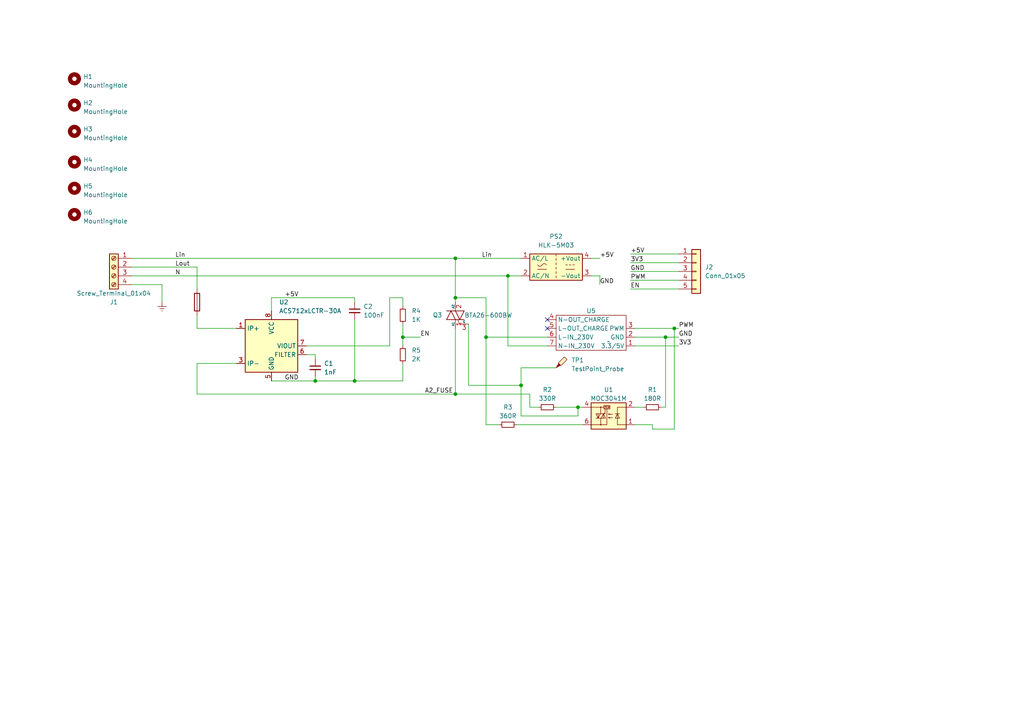
<source format=kicad_sch>
(kicad_sch (version 20230121) (generator eeschema)
  (paper "A4")
  (lib_symbols
    (symbol "Connector:Screw_Terminal_01x04" (pin_names (offset 1.016) hide)
      (property "Reference" "J" (at 0 5.08 0))
      (property "Value" "Screw_Terminal_01x04" (at 0 -7.62 0))
      (symbol "Screw_Terminal_01x04_1_1"
        (rectangle (start -1.27 3.81) (end 1.27 -6.35) (stroke (width 0.254)) (fill (type background)))
        (circle (center 0 -5.08) (radius 0.635) (stroke (width 0.1524)))
        (circle (center 0 -2.54) (radius 0.635) (stroke (width 0.1524)))
        (polyline (pts (xy -0.5334 -4.7498) (xy 0.3302 -5.588)) (stroke (width 0.1524)))
        (polyline (pts (xy -0.5334 -2.2098) (xy 0.3302 -3.048)) (stroke (width 0.1524)))
        (polyline (pts (xy -0.5334 0.3302) (xy 0.3302 -0.508)) (stroke (width 0.1524)))
        (polyline (pts (xy -0.5334 2.8702) (xy 0.3302 2.032)) (stroke (width 0.1524)))
        (polyline (pts (xy -0.3556 -4.572) (xy 0.508 -5.4102)) (stroke (width 0.1524)))
        (polyline (pts (xy -0.3556 -2.032) (xy 0.508 -2.8702)) (stroke (width 0.1524)))
        (polyline (pts (xy -0.3556 0.508) (xy 0.508 -0.3302)) (stroke (width 0.1524)))
        (polyline (pts (xy -0.3556 3.048) (xy 0.508 2.2098)) (stroke (width 0.1524)))
        (circle (center 0 0) (radius 0.635) (stroke (width 0.1524)))
        (circle (center 0 2.54) (radius 0.635) (stroke (width 0.1524)))
        (pin passive line (at -5.08 2.54 0) (length 3.81) (name "Pin_1") (number "1"))
        (pin passive line (at -5.08 0 0) (length 3.81) (name "Pin_2") (number "2"))
        (pin passive line (at -5.08 -2.54 0) (length 3.81) (name "Pin_3") (number "3"))
        (pin passive line (at -5.08 -5.08 0) (length 3.81) (name "Pin_4") (number "4"))
      )
    )
    (symbol "Connector:TestPoint_Probe" (pin_numbers hide) (pin_names (offset 0.762) hide)
      (property "Reference" "TP" (at 1.651 5.842 0))
      (property "Value" "TestPoint_Probe" (at 1.651 4.064 0))
      (symbol "TestPoint_Probe_0_1"
        (polyline (pts (xy 1.27 0.762) (xy 0 0) (xy 0.762 1.27) (xy 1.27 0.762)) (fill (type outline)))
        (polyline (pts (xy 1.397 0.635) (xy 0.635 1.397) (xy 2.413 3.175) (xy 3.175 2.413) (xy 1.397 0.635)) (fill (type background)))
      )
      (symbol "TestPoint_Probe_1_1"
        (pin passive line (at 0 0 90) (length 0) (name "1") (number "1"))
      )
    )
    (symbol "Connector_Generic:Conn_01x05" (pin_names (offset 1.016) hide)
      (property "Reference" "J" (at 0 7.62 0))
      (property "Value" "Conn_01x05" (at 0 -7.62 0))
      (symbol "Conn_01x05_1_1"
        (rectangle (start -1.27 -4.953) (end 0 -5.207) (stroke (width 0.1524)))
        (rectangle (start -1.27 -2.413) (end 0 -2.667) (stroke (width 0.1524)))
        (rectangle (start -1.27 0.127) (end 0 -0.127) (stroke (width 0.1524)))
        (rectangle (start -1.27 2.667) (end 0 2.413) (stroke (width 0.1524)))
        (rectangle (start -1.27 5.207) (end 0 4.953) (stroke (width 0.1524)))
        (rectangle (start -1.27 6.35) (end 1.27 -6.35) (stroke (width 0.254)) (fill (type background)))
        (pin passive line (at -5.08 5.08 0) (length 3.81) (name "Pin_1") (number "1"))
        (pin passive line (at -5.08 2.54 0) (length 3.81) (name "Pin_2") (number "2"))
        (pin passive line (at -5.08 0 0) (length 3.81) (name "Pin_3") (number "3"))
        (pin passive line (at -5.08 -2.54 0) (length 3.81) (name "Pin_4") (number "4"))
        (pin passive line (at -5.08 -5.08 0) (length 3.81) (name "Pin_5") (number "5"))
      )
    )
    (symbol "Converter_ACDC:HLK-5M03"
      (property "Reference" "PS" (at 0 5.08 0))
      (property "Value" "HLK-5M03" (at 0 -5.08 0))
      (symbol "HLK-5M03_0_1"
        (rectangle (start -7.62 3.81) (end 7.62 -3.81) (stroke (width 0.254)) (fill (type background)))
        (arc (start -5.334 0.635) (mid -4.699 0.2495) (end -4.064 0.635))
        (arc (start -2.794 0.635) (mid -3.429 1.0072) (end -4.064 0.635))
        (polyline (pts (xy -5.334 -0.635) (xy -2.794 -0.635)))
        (polyline (pts (xy 0 -2.54) (xy 0 -3.175)))
        (polyline (pts (xy 0 -1.27) (xy 0 -1.905)))
        (polyline (pts (xy 0 0) (xy 0 -0.635)))
        (polyline (pts (xy 0 1.27) (xy 0 0.635)))
        (polyline (pts (xy 0 2.54) (xy 0 1.905)))
        (polyline (pts (xy 0 3.81) (xy 0 3.175)))
        (polyline (pts (xy 2.794 -0.635) (xy 5.334 -0.635)))
        (polyline (pts (xy 2.794 0.635) (xy 3.302 0.635)))
        (polyline (pts (xy 3.81 0.635) (xy 4.318 0.635)))
        (polyline (pts (xy 4.826 0.635) (xy 5.334 0.635)))
      )
      (symbol "HLK-5M03_1_1"
        (pin power_in line (at -10.16 2.54 0) (length 2.54) (name "AC/L") (number "1"))
        (pin power_in line (at -10.16 -2.54 0) (length 2.54) (name "AC/N") (number "2"))
        (pin power_out line (at 10.16 -2.54 180) (length 2.54) (name "-Vout") (number "3"))
        (pin power_out line (at 10.16 2.54 180) (length 2.54) (name "+Vout") (number "4"))
      )
    )
    (symbol "Device:C_Small" (pin_numbers hide) (pin_names (offset 0.254) hide)
      (property "Reference" "C" (at 0.254 1.778 0))
      (property "Value" "C_Small" (at 0.254 -2.032 0))
      (symbol "C_Small_0_1"
        (polyline (pts (xy -1.524 -0.508) (xy 1.524 -0.508)) (stroke (width 0.3302)))
        (polyline (pts (xy -1.524 0.508) (xy 1.524 0.508)) (stroke (width 0.3048)))
      )
      (symbol "C_Small_1_1"
        (pin passive line (at 0 2.54 270) (length 2.032) (name "~") (number "1"))
        (pin passive line (at 0 -2.54 90) (length 2.032) (name "~") (number "2"))
      )
    )
    (symbol "Device:Fuse" (pin_numbers hide) (pin_names (offset 0))
      (property "Reference" "F" (at 2.032 0 90))
      (property "Value" "Fuse" (at -1.905 0 90))
      (symbol "Fuse_0_1"
        (rectangle (start -0.762 -2.54) (end 0.762 2.54) (stroke (width 0.254)))
        (polyline (pts (xy 0 2.54) (xy 0 -2.54)))
      )
      (symbol "Fuse_1_1"
        (pin passive line (at 0 3.81 270) (length 1.27) (name "~") (number "1"))
        (pin passive line (at 0 -3.81 90) (length 1.27) (name "~") (number "2"))
      )
    )
    (symbol "Device:R_Small" (pin_numbers hide) (pin_names (offset 0.254) hide)
      (property "Reference" "R" (at 0.762 0.508 0))
      (property "Value" "R_Small" (at 0.762 -1.016 0))
      (symbol "R_Small_0_1"
        (rectangle (start -0.762 1.778) (end 0.762 -1.778) (stroke (width 0.2032)))
      )
      (symbol "R_Small_1_1"
        (pin passive line (at 0 2.54 270) (length 0.762) (name "~") (number "1"))
        (pin passive line (at 0 -2.54 90) (length 0.762) (name "~") (number "2"))
      )
    )
    (symbol "Mechanical:MountingHole" (pin_names (offset 1.016))
      (property "Reference" "H" (at 0 5.08 0))
      (property "Value" "MountingHole" (at 0 3.175 0))
      (symbol "MountingHole_0_1"
        (circle (center 0 0) (radius 1.27) (stroke (width 1.27)))
      )
    )
    (symbol "Relay_SolidState:MOC3041M"
      (property "Reference" "U" (at -5.08 5.08 0))
      (property "Value" "MOC3041M" (at 0 5.08 0))
      (symbol "MOC3041M_0_0"
        (rectangle (start -0.381 -2.032) (end 1.397 -3.048))
        (polyline (pts (xy 2.286 -2.54) (xy 1.397 -2.54)))
        (polyline (pts (xy 1.524 -0.635) (xy 1.016 -1.016) (xy 1.016 -2.032)))
        (text "ZCD" (at 0.508 -2.54 0) (effects (font (size 0.508 0.508))))
      )
      (symbol "MOC3041M_0_1"
        (rectangle (start -5.08 3.81) (end 5.08 -3.81) (stroke (width 0.254)) (fill (type background)))
        (polyline (pts (xy -3.175 -0.635) (xy -1.905 -0.635)))
        (polyline (pts (xy 1.524 -0.635) (xy 1.524 0.635)))
        (polyline (pts (xy 3.048 0.635) (xy 3.048 -0.635)))
        (polyline (pts (xy 2.286 -0.635) (xy 2.286 -2.54) (xy 5.08 -2.54)))
        (polyline (pts (xy 2.286 0.635) (xy 2.286 2.54) (xy 5.08 2.54)))
        (polyline (pts (xy 2.286 2.54) (xy 0.508 2.54) (xy 0.508 -2.032)))
        (polyline (pts (xy -5.08 2.54) (xy -2.54 2.54) (xy -2.54 -2.54) (xy -5.08 -2.54)))
        (polyline (pts (xy -2.54 -0.635) (xy -3.175 0.635) (xy -1.905 0.635) (xy -2.54 -0.635)))
        (polyline (pts (xy 0.889 -0.635) (xy 3.683 -0.635) (xy 3.048 0.635) (xy 2.413 -0.635)))
        (polyline (pts (xy 3.683 0.635) (xy 0.889 0.635) (xy 1.524 -0.635) (xy 2.159 0.635)))
        (polyline (pts (xy -1.143 -0.508) (xy 0.127 -0.508) (xy -0.254 -0.635) (xy -0.254 -0.381) (xy 0.127 -0.508)))
        (polyline (pts (xy -1.143 0.508) (xy 0.127 0.508) (xy -0.254 0.381) (xy -0.254 0.635) (xy 0.127 0.508)))
        (circle (center 2.286 -2.54) (radius 0.127))
        (circle (center 2.286 2.54) (radius 0.127))
      )
      (symbol "MOC3041M_1_1"
        (pin passive line (at -7.62 2.54 0) (length 2.54) (name "~") (number "1"))
        (pin passive line (at -7.62 -2.54 0) (length 2.54) (name "~") (number "2"))
        (pin no_connect line (at -5.08 0 0) (length 2.54) hide (name "NC") (number "3"))
        (pin passive line (at 7.62 -2.54 180) (length 2.54) (name "~") (number "4"))
        (pin no_connect line (at 5.08 0 180) (length 2.54) hide (name "NC") (number "5"))
        (pin passive line (at 7.62 2.54 180) (length 2.54) (name "~") (number "6"))
      )
    )
    (symbol "Sensor_Current:ACS712xLCTR-30A"
      (property "Reference" "U" (at 2.54 11.43 0))
      (property "Value" "ACS712xLCTR-30A" (at 2.54 8.89 0))
      (symbol "ACS712xLCTR-30A_0_1"
        (rectangle (start -7.62 7.62) (end 7.62 -7.62) (stroke (width 0.254)) (fill (type background)))
      )
      (symbol "ACS712xLCTR-30A_1_1"
        (pin passive line (at -10.16 5.08 0) (length 2.54) (name "IP+") (number "1"))
        (pin passive line (at -10.16 5.08 0) (length 2.54) hide (name "IP+") (number "2"))
        (pin passive line (at -10.16 -5.08 0) (length 2.54) (name "IP-") (number "3"))
        (pin passive line (at -10.16 -5.08 0) (length 2.54) hide (name "IP-") (number "4"))
        (pin power_in line (at 0 -10.16 90) (length 2.54) (name "GND") (number "5"))
        (pin passive line (at 10.16 -2.54 180) (length 2.54) (name "FILTER") (number "6"))
        (pin output line (at 10.16 0 180) (length 2.54) (name "VIOUT") (number "7"))
        (pin power_in line (at 0 10.16 270) (length 2.54) (name "VCC") (number "8"))
      )
    )
    (symbol "Triac_Thyristor:BTA16-600BW" (pin_names (offset 0))
      (property "Reference" "Q" (at 5.08 1.905 0))
      (property "Value" "BTA16-600BW" (at 5.08 0 0))
      (symbol "BTA16-600BW_0_1"
        (polyline (pts (xy -2.54 -1.27) (xy 2.54 -1.27)) (stroke (width 0.2032)))
        (polyline (pts (xy -2.54 1.27) (xy 2.54 1.27)) (stroke (width 0.2032)))
        (polyline (pts (xy -1.27 -2.54) (xy -0.635 -1.27)))
        (polyline (pts (xy -2.54 1.27) (xy -1.27 -1.27) (xy 0 1.27)) (stroke (width 0.2032)))
        (polyline (pts (xy 0 -1.27) (xy 1.27 1.27) (xy 2.54 -1.27)) (stroke (width 0.2032)))
      )
      (symbol "BTA16-600BW_1_1"
        (pin passive line (at 0 -3.81 90) (length 2.54) (name "A1") (number "1"))
        (pin passive line (at 0 3.81 270) (length 2.54) (name "A2") (number "2"))
        (pin input line (at -3.81 -2.54 0) (length 2.54) (name "G") (number "3"))
      )
    )
    (symbol "module:YYAC-3S_PWM_TRIAC"
      (property "Reference" "U" (at 1.27 3.81 0))
      (symbol "YYAC-3S_PWM_TRIAC_0_1"
        (polyline (pts (xy -5.08 2.54) (xy 15.24 2.54) (xy 15.24 -7.62) (xy -5.08 -7.62) (xy -5.08 2.54)))
      )
      (symbol "YYAC-3S_PWM_TRIAC_1_1"
        (pin input line (at -7.62 1.27 0) (length 2.54) (name "3.3/5V") (number "1"))
        (pin input line (at -7.62 -1.27 0) (length 2.54) (name "GND") (number "2"))
        (pin input line (at -7.62 -3.81 0) (length 2.54) (name "PWM") (number "3"))
        (pin output line (at 17.78 -6.35 180) (length 2.54) (name "N-OUT_CHARGE") (number "4"))
        (pin output line (at 17.78 -3.81 180) (length 2.54) (name "L-OUT_CHARGE") (number "5"))
        (pin input line (at 17.78 -1.27 180) (length 2.54) (name "L-IN_230V") (number "6"))
        (pin input line (at 17.78 1.27 180) (length 2.54) (name "N-IN_230V") (number "7"))
      )
    )
    (symbol "power:Earth" (power) (pin_names (offset 0))
      (symbol "Earth_0_1"
        (polyline (pts (xy -0.635 -1.905) (xy 0.635 -1.905)))
        (polyline (pts (xy -0.127 -2.54) (xy 0.127 -2.54)))
        (polyline (pts (xy 0 -1.27) (xy 0 0)))
        (polyline (pts (xy 1.27 -1.27) (xy -1.27 -1.27)))
      )
      (symbol "Earth_1_1"
        (pin power_in line (at 0 0 270) (length 0) hide (name "Earth") (number "1"))
      )
    )
  )
  (junction (at 151.13 111.76))
  (junction (at 91.44 110.49))
  (junction (at 102.87 110.49))
  (junction (at 132.08 74.93))
  (junction (at 193.04 97.79))
  (junction (at 140.97 97.79))
  (junction (at 147.32 80.01))
  (junction (at 132.08 114.3))
  (junction (at 167.64 118.11))
  (junction (at 116.84 97.79))
  (junction (at 195.58 95.25))
  (junction (at 132.08 86.36))
  (no_connect (at 158.75 92.71))
  (no_connect (at 158.75 95.25))
  (wire (pts (xy 171.45 74.93) (xy 173.99 74.93)))
  (wire (pts (xy 156.21 118.11) (xy 153.67 118.11)))
  (wire (pts (xy 57.15 105.41) (xy 68.58 105.41)))
  (wire (pts (xy 189.23 124.46) (xy 195.58 124.46)))
  (wire (pts (xy 193.04 118.11) (xy 191.77 118.11)))
  (wire (pts (xy 151.13 106.68) (xy 151.13 111.76)))
  (wire (pts (xy 91.44 102.87) (xy 91.44 104.14)))
  (wire (pts (xy 182.88 78.74) (xy 196.85 78.74)))
  (wire (pts (xy 161.29 118.11) (xy 167.64 118.11)))
  (wire (pts (xy 147.32 80.01) (xy 151.13 80.01)))
  (wire (pts (xy 173.99 80.01) (xy 171.45 80.01)))
  (wire (pts (xy 153.67 118.11) (xy 153.67 114.3)))
  (wire (pts (xy 151.13 106.68) (xy 161.29 106.68)))
  (wire (pts (xy 189.23 123.19) (xy 184.15 123.19)))
  (wire (pts (xy 132.08 86.36) (xy 132.08 87.63)))
  (wire (pts (xy 57.15 91.44) (xy 57.15 95.25)))
  (wire (pts (xy 113.03 100.33) (xy 88.9 100.33)))
  (wire (pts (xy 116.84 110.49) (xy 102.87 110.49)))
  (wire (pts (xy 113.03 86.36) (xy 113.03 100.33)))
  (wire (pts (xy 182.88 83.82) (xy 196.85 83.82)))
  (wire (pts (xy 182.88 73.66) (xy 196.85 73.66)))
  (wire (pts (xy 195.58 95.25) (xy 195.58 124.46)))
  (wire (pts (xy 140.97 97.79) (xy 158.75 97.79)))
  (wire (pts (xy 78.74 86.36) (xy 102.87 86.36)))
  (wire (pts (xy 153.67 114.3) (xy 132.08 114.3)))
  (wire (pts (xy 132.08 95.25) (xy 132.08 114.3)))
  (wire (pts (xy 116.84 105.41) (xy 116.84 110.49)))
  (wire (pts (xy 144.78 123.19) (xy 140.97 123.19)))
  (wire (pts (xy 38.1 77.47) (xy 57.15 77.47)))
  (wire (pts (xy 184.15 97.79) (xy 193.04 97.79)))
  (wire (pts (xy 57.15 114.3) (xy 132.08 114.3)))
  (wire (pts (xy 193.04 97.79) (xy 193.04 118.11)))
  (wire (pts (xy 116.84 86.36) (xy 113.03 86.36)))
  (wire (pts (xy 78.74 110.49) (xy 91.44 110.49)))
  (wire (pts (xy 57.15 105.41) (xy 57.15 114.3)))
  (wire (pts (xy 182.88 76.2) (xy 196.85 76.2)))
  (wire (pts (xy 38.1 82.55) (xy 46.99 82.55)))
  (wire (pts (xy 140.97 86.36) (xy 140.97 97.79)))
  (wire (pts (xy 140.97 97.79) (xy 140.97 123.19)))
  (wire (pts (xy 88.9 102.87) (xy 91.44 102.87)))
  (wire (pts (xy 195.58 95.25) (xy 196.85 95.25)))
  (wire (pts (xy 135.89 93.98) (xy 135.89 111.76)))
  (wire (pts (xy 132.08 74.93) (xy 151.13 74.93)))
  (wire (pts (xy 116.84 97.79) (xy 121.92 97.79)))
  (wire (pts (xy 184.15 95.25) (xy 195.58 95.25)))
  (wire (pts (xy 151.13 111.76) (xy 151.13 120.65)))
  (wire (pts (xy 116.84 88.9) (xy 116.84 86.36)))
  (wire (pts (xy 184.15 100.33) (xy 196.85 100.33)))
  (wire (pts (xy 167.64 120.65) (xy 167.64 118.11)))
  (wire (pts (xy 147.32 80.01) (xy 147.32 100.33)))
  (wire (pts (xy 135.89 111.76) (xy 151.13 111.76)))
  (wire (pts (xy 102.87 87.63) (xy 102.87 86.36)))
  (wire (pts (xy 193.04 97.79) (xy 196.85 97.79)))
  (wire (pts (xy 116.84 93.98) (xy 116.84 97.79)))
  (wire (pts (xy 151.13 120.65) (xy 167.64 120.65)))
  (wire (pts (xy 102.87 92.71) (xy 102.87 110.49)))
  (wire (pts (xy 57.15 77.47) (xy 57.15 83.82)))
  (wire (pts (xy 116.84 97.79) (xy 116.84 100.33)))
  (wire (pts (xy 91.44 110.49) (xy 91.44 109.22)))
  (wire (pts (xy 167.64 118.11) (xy 168.91 118.11)))
  (wire (pts (xy 78.74 90.17) (xy 78.74 86.36)))
  (wire (pts (xy 173.99 80.01) (xy 173.99 82.55)))
  (wire (pts (xy 38.1 74.93) (xy 132.08 74.93)))
  (wire (pts (xy 102.87 110.49) (xy 91.44 110.49)))
  (wire (pts (xy 182.88 81.28) (xy 196.85 81.28)))
  (wire (pts (xy 57.15 95.25) (xy 68.58 95.25)))
  (wire (pts (xy 46.99 82.55) (xy 46.99 87.63)))
  (wire (pts (xy 158.75 100.33) (xy 147.32 100.33)))
  (wire (pts (xy 38.1 80.01) (xy 147.32 80.01)))
  (wire (pts (xy 132.08 86.36) (xy 140.97 86.36)))
  (wire (pts (xy 132.08 74.93) (xy 132.08 86.36)))
  (wire (pts (xy 149.86 123.19) (xy 168.91 123.19)))
  (wire (pts (xy 184.15 118.11) (xy 186.69 118.11)))
  (wire (pts (xy 189.23 124.46) (xy 189.23 123.19)))
  (label "3V3" (at 182.88 76.2 0))
  (label "Lin" (at 50.8 74.93 0))
  (label "GND" (at 82.55 110.49 0))
  (label "EN" (at 182.88 83.82 0))
  (label "Lout" (at 50.8 77.47 0))
  (label "GND" (at 182.88 78.74 0))
  (label "EN" (at 121.92 97.79 0))
  (label "+5V" (at 82.55 86.36 0))
  (label "Lin" (at 139.7 74.93 0))
  (label "PWM" (at 182.88 81.28 0))
  (label "GND" (at 196.85 97.79 0))
  (label "3V3" (at 196.85 100.33 0))
  (label "GND" (at 173.99 82.55 0))
  (label "+5V" (at 173.99 74.93 0))
  (label "+5V" (at 182.88 73.66 0))
  (label "PWM" (at 196.85 95.25 0))
  (label "N" (at 50.8 80.01 0))
  (label "A2_FUSE" (at 123.19 114.3 0))
  (symbol (lib_id "power:Earth") (at 46.99 87.63 0) (unit 1)
    (property "Reference" "#PWR01" (effects hide))
    (property "Value" "Earth" (effects hide))
  )
  (symbol (lib_id "Converter_ACDC:HLK-5M03") (at 161.29 77.47 0) (unit 1)
    (property "Reference" "PS2" (at 161.29 68.58 0))
    (property "Value" "HLK-5M03" (at 161.29 71.12 0))
    (property "Footprint" "Converter_ACDC:5V10W" (effects hide))
    (property "Datasheet" "http://h.hlktech.com/download/ACDC%E7%94%B5%E6%BA%90%E6%A8%A1%E5%9D%975W%E7%B3%BB%E5%88%97/1/%E6%B5%B7%E5%87%8C%E7%A7%915W%E7%B3%BB%E5%88%97%E7%94%B5%E6%BA%90%E6%A8%A1%E5%9D%97%E8%A7%84%E6%A0%BC%E4%B9%A6V2.8.pdf" (effects hide))
  )
  (symbol (lib_id "Mechanical:MountingHole") (at 21.59 54.61 0) (unit 1)
    (property "Reference" "H5" (at 24.13 53.975 0) (effects (justify left)))
    (property "Value" "MountingHole" (at 24.13 56.515 0) (effects (justify left)))
    (property "Footprint" "MountingHole:MountingHole_3.2mm_M3" (effects hide))
    (property "Sim.Enable" "0" (effects hide))
  )
  (symbol (lib_id "Sensor_Current:ACS712xLCTR-30A") (at 78.74 100.33 0) (unit 1)
    (property "Reference" "U2" (at 80.9341 87.63 0) (effects (justify left)))
    (property "Value" "ACS712xLCTR-30A" (at 80.9341 90.17 0) (effects (justify left)))
    (property "Footprint" "Package_SO:SOIC-8_3.9x4.9mm_P1.27mm" (effects hide))
    (property "Datasheet" "http://www.allegromicro.com/~/media/Files/Datasheets/ACS712-Datasheet.ashx?la=en" (effects hide))
    (property "Sim.Enable" "0" (effects hide))
  )
  (symbol (lib_id "Mechanical:MountingHole") (at 21.59 38.1 0) (unit 1)
    (property "Reference" "H3" (at 24.13 37.465 0) (effects (justify left)))
    (property "Value" "MountingHole" (at 24.13 40.005 0) (effects (justify left)))
    (property "Footprint" "MountingHole:MountingHole_3.2mm_M3" (effects hide))
    (property "Sim.Enable" "0" (effects hide))
  )
  (symbol (lib_id "Mechanical:MountingHole") (at 21.59 62.23 0) (unit 1)
    (property "Reference" "H6" (at 24.13 61.595 0) (effects (justify left)))
    (property "Value" "MountingHole" (at 24.13 64.135 0) (effects (justify left)))
    (property "Footprint" "MountingHole:MountingHole_3.2mm_M3" (effects hide))
    (property "Sim.Enable" "0" (effects hide))
  )
  (symbol (lib_id "Device:R_Small") (at 147.32 123.19 90) (unit 1)
    (property "Reference" "R3" (at 147.32 118.11 90))
    (property "Value" "360R" (at 147.32 120.65 90))
    (property "Footprint" "Resistor_THT:R_Axial_DIN0207_L6.3mm_D2.5mm_P10.16mm_Horizontal" (effects hide))
  )
  (symbol (lib_id "Mechanical:MountingHole") (at 21.59 30.48 0) (unit 1)
    (property "Reference" "H2" (at 24.13 29.845 0) (effects (justify left)))
    (property "Value" "MountingHole" (at 24.13 32.385 0) (effects (justify left)))
    (property "Footprint" "MountingHole:MountingHole_3.2mm_M3" (effects hide))
    (property "Sim.Enable" "0" (effects hide))
  )
  (symbol (lib_id "Connector:Screw_Terminal_01x04") (at 33.02 77.47 0) (mirror y) (unit 1)
    (property "Reference" "J1" (at 33.02 87.63 0))
    (property "Value" "Screw_Terminal_01x04" (at 33.02 85.09 0))
    (property "Footprint" "Connector_Phoenix_MC:KF7.62_4P" (effects hide))
    (property "Sim.Enable" "0" (effects hide))
  )
  (symbol (lib_id "Relay_SolidState:MOC3041M") (at 176.53 120.65 180) (unit 1)
    (property "Reference" "U1" (at 176.53 113.03 0))
    (property "Value" "MOC3041M" (at 176.53 115.57 0))
    (property "Footprint" "Package_DIP:DIP-6_W7.62mm" (effects hide))
    (property "Datasheet" "https://www.onsemi.com/pub/Collateral/MOC3043M-D.pdf" (effects hide))
    (property "Sim.Enable" "0" (effects hide))
  )
  (symbol (lib_id "Triac_Thyristor:BTA16-600BW") (at 132.08 91.44 0) (mirror y) (unit 1)
    (property "Reference" "Q3" (at 128.27 91.3892 0) (effects (justify left)))
    (property "Value" "BTA26-600BW" (at 148.59 91.44 0) (effects (justify left)))
    (property "Footprint" "Package_TO_SOT_THT:TOP3_Vertical" (effects hide))
    (property "Datasheet" "https://www.st.com/resource/en/datasheet/bta16.pdf" (effects hide))
    (property "Sim.Enable" "0" (effects hide))
  )
  (symbol (lib_id "Device:R_Small") (at 189.23 118.11 90) (unit 1)
    (property "Reference" "R1" (at 189.23 113.03 90))
    (property "Value" "180R" (at 189.23 115.57 90))
    (property "Footprint" "Resistor_THT:R_Axial_DIN0207_L6.3mm_D2.5mm_P10.16mm_Horizontal" (effects hide))
  )
  (symbol (lib_id "Device:C_Small") (at 91.44 106.68 0) (unit 1)
    (property "Reference" "C1" (at 93.98 105.4163 0) (effects (justify left)))
    (property "Value" "1nF" (at 93.98 107.9563 0) (effects (justify left)))
    (property "Footprint" "Capacitor_SMD:C_0805_2012Metric" (effects hide))
  )
  (symbol (lib_id "Device:C_Small") (at 102.87 90.17 0) (unit 1)
    (property "Reference" "C2" (at 105.41 88.9063 0) (effects (justify left)))
    (property "Value" "100nF" (at 105.41 91.4463 0) (effects (justify left)))
    (property "Footprint" "Capacitor_SMD:C_0805_2012Metric" (effects hide))
  )
  (symbol (lib_id "Device:R_Small") (at 158.75 118.11 90) (unit 1)
    (property "Reference" "R2" (at 158.75 113.03 90))
    (property "Value" "330R" (at 158.75 115.57 90))
    (property "Footprint" "Resistor_THT:R_Axial_DIN0207_L6.3mm_D2.5mm_P10.16mm_Horizontal" (effects hide))
  )
  (symbol (lib_id "Mechanical:MountingHole") (at 21.59 22.86 0) (unit 1)
    (property "Reference" "H1" (at 24.13 22.225 0) (effects (justify left)))
    (property "Value" "MountingHole" (at 24.13 24.765 0) (effects (justify left)))
    (property "Footprint" "MountingHole:MountingHole_3.2mm_M3" (effects hide))
    (property "Sim.Enable" "0" (effects hide))
  )
  (symbol (lib_id "Connector_Generic:Conn_01x05") (at 201.93 78.74 0) (unit 1)
    (property "Reference" "J2" (at 204.47 77.47 0) (effects (justify left)))
    (property "Value" "Conn_01x05" (at 204.47 80.01 0) (effects (justify left)))
    (property "Footprint" "Connector_PinHeader_2.54mm:PinHeader_1x05_P2.54mm_Vertical" (effects hide))
    (property "Sim.Enable" "0" (effects hide))
  )
  (symbol (lib_id "Device:R_Small") (at 116.84 102.87 0) (unit 1)
    (property "Reference" "R5" (at 119.38 101.6 0) (effects (justify left)))
    (property "Value" "2K" (at 119.38 104.14 0) (effects (justify left)))
    (property "Footprint" "Resistor_SMD:R_0805_2012Metric" (effects hide))
  )
  (symbol (lib_id "Mechanical:MountingHole") (at 21.59 46.99 0) (unit 1)
    (property "Reference" "H4" (at 24.13 46.355 0) (effects (justify left)))
    (property "Value" "MountingHole" (at 24.13 48.895 0) (effects (justify left)))
    (property "Footprint" "MountingHole:MountingHole_3.2mm_M3" (effects hide))
    (property "Sim.Enable" "0" (effects hide))
  )
  (symbol (lib_id "Connector:TestPoint_Probe") (at 161.29 106.68 0) (unit 1)
    (property "Reference" "TP1" (at 165.735 104.4575 0) (effects (justify left)))
    (property "Value" "TestPoint_Probe" (at 165.735 106.9975 0) (effects (justify left)))
    (property "Footprint" "TestPoint:TestPoint_Loop_D2.50mm_Drill1.0mm" (effects hide))
    (property "Sim.Enable" "0" (effects hide))
  )
  (symbol (lib_id "Device:R_Small") (at 116.84 91.44 0) (unit 1)
    (property "Reference" "R4" (at 119.38 90.17 0) (effects (justify left)))
    (property "Value" "1K" (at 119.38 92.71 0) (effects (justify left)))
    (property "Footprint" "Resistor_SMD:R_0805_2012Metric" (effects hide))
  )
  (symbol (lib_id "Device:Fuse") (at 57.15 87.63 0) (unit 1)
    (property "Reference" "F1" (effects hide))
    (property "Value" "Fuse" (effects hide))
    (property "Footprint" "Fuse:Fuseholder_Clip-5x20mm_Littelfuse_100_Inline_P20.50x4.60mm_D1.30mm_Horizontal" (effects hide))
    (property "Sim.Enable" "0" (effects hide))
  )
  (symbol (lib_id "module:YYAC-3S_PWM_TRIAC") (at 176.53 99.06 180) (unit 1)
    (property "Reference" "U5" (at 171.45 90.17 0))
    (property "Value" "~" (at 176.53 99.06 0))
    (property "Footprint" "Module:YYAC-3S PWM TRIAC" (effects hide))
    (property "Sim.Enable" "0" (effects hide))
  )
)
</source>
